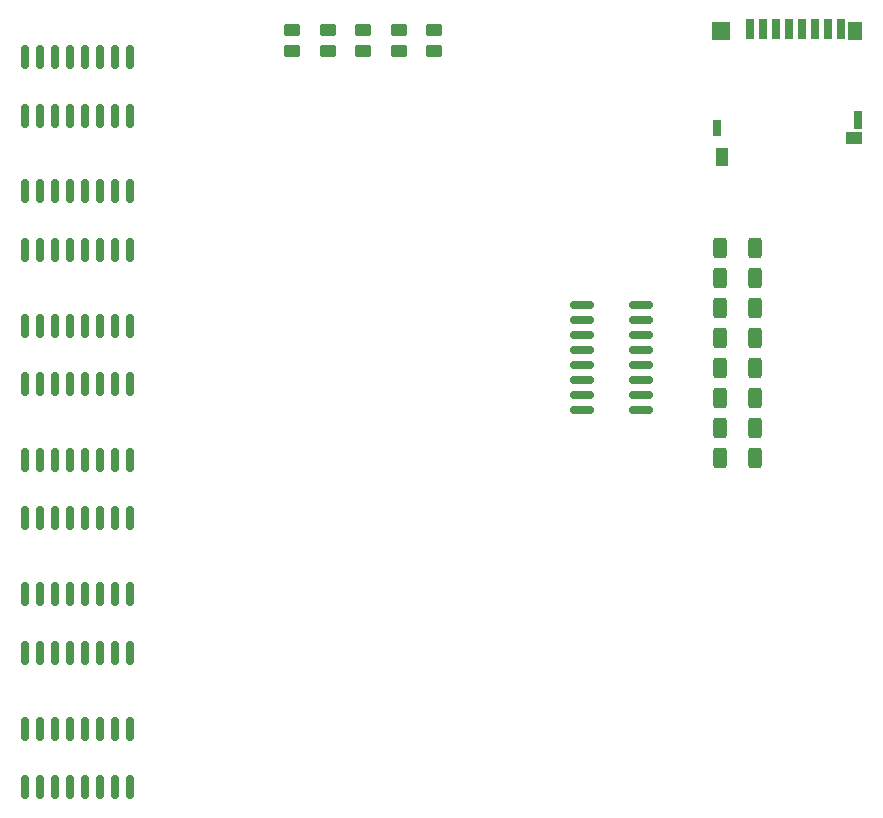
<source format=gtp>
%TF.GenerationSoftware,KiCad,Pcbnew,7.0.9*%
%TF.CreationDate,2024-01-13T15:57:46+01:00*%
%TF.ProjectId,daisy-drums,64616973-792d-4647-9275-6d732e6b6963,v02*%
%TF.SameCoordinates,Original*%
%TF.FileFunction,Paste,Top*%
%TF.FilePolarity,Positive*%
%FSLAX46Y46*%
G04 Gerber Fmt 4.6, Leading zero omitted, Abs format (unit mm)*
G04 Created by KiCad (PCBNEW 7.0.9) date 2024-01-13 15:57:46*
%MOMM*%
%LPD*%
G01*
G04 APERTURE LIST*
G04 Aperture macros list*
%AMRoundRect*
0 Rectangle with rounded corners*
0 $1 Rounding radius*
0 $2 $3 $4 $5 $6 $7 $8 $9 X,Y pos of 4 corners*
0 Add a 4 corners polygon primitive as box body*
4,1,4,$2,$3,$4,$5,$6,$7,$8,$9,$2,$3,0*
0 Add four circle primitives for the rounded corners*
1,1,$1+$1,$2,$3*
1,1,$1+$1,$4,$5*
1,1,$1+$1,$6,$7*
1,1,$1+$1,$8,$9*
0 Add four rect primitives between the rounded corners*
20,1,$1+$1,$2,$3,$4,$5,0*
20,1,$1+$1,$4,$5,$6,$7,0*
20,1,$1+$1,$6,$7,$8,$9,0*
20,1,$1+$1,$8,$9,$2,$3,0*%
G04 Aperture macros list end*
%ADD10RoundRect,0.250000X-0.450000X0.262500X-0.450000X-0.262500X0.450000X-0.262500X0.450000X0.262500X0*%
%ADD11RoundRect,0.250000X0.312500X0.625000X-0.312500X0.625000X-0.312500X-0.625000X0.312500X-0.625000X0*%
%ADD12RoundRect,0.150000X0.850000X0.150000X-0.850000X0.150000X-0.850000X-0.150000X0.850000X-0.150000X0*%
%ADD13RoundRect,0.150000X-0.150000X0.825000X-0.150000X-0.825000X0.150000X-0.825000X0.150000X0.825000X0*%
%ADD14R,0.700000X1.750000*%
%ADD15R,1.450000X1.000000*%
%ADD16R,1.000000X1.550000*%
%ADD17R,0.800000X1.500000*%
%ADD18R,1.300000X1.500000*%
%ADD19R,1.500000X1.500000*%
%ADD20R,0.800000X1.400000*%
G04 APERTURE END LIST*
D10*
%TO.C,R1*%
X191214000Y-55221500D03*
X191214000Y-57046500D03*
%TD*%
D11*
%TO.C,R11*%
X221388900Y-78765400D03*
X218463900Y-78765400D03*
%TD*%
%TO.C,R7*%
X221388900Y-88925400D03*
X218463900Y-88925400D03*
%TD*%
D12*
%TO.C,U6*%
X211708600Y-87426800D03*
X211708600Y-86156800D03*
X211708600Y-84886800D03*
X211708600Y-83616800D03*
X211708600Y-82346800D03*
X211708600Y-81076800D03*
X211708600Y-79806800D03*
X211708600Y-78536800D03*
X206708600Y-78536800D03*
X206708600Y-79806800D03*
X206708600Y-81076800D03*
X206708600Y-82346800D03*
X206708600Y-83616800D03*
X206708600Y-84886800D03*
X206708600Y-86156800D03*
X206708600Y-87426800D03*
%TD*%
D13*
%TO.C,U5*%
X168445000Y-57545000D03*
X167175000Y-57545000D03*
X165905000Y-57545000D03*
X164635000Y-57545000D03*
X163365000Y-57545000D03*
X162095000Y-57545000D03*
X160825000Y-57545000D03*
X159555000Y-57545000D03*
X159555000Y-62495000D03*
X160825000Y-62495000D03*
X162095000Y-62495000D03*
X163365000Y-62495000D03*
X164635000Y-62495000D03*
X165905000Y-62495000D03*
X167175000Y-62495000D03*
X168445000Y-62495000D03*
%TD*%
D11*
%TO.C,R10*%
X221388900Y-81305400D03*
X218463900Y-81305400D03*
%TD*%
D10*
%TO.C,R3*%
X185214000Y-55221500D03*
X185214000Y-57046500D03*
%TD*%
D13*
%TO.C,U2*%
X168445000Y-68913000D03*
X167175000Y-68913000D03*
X165905000Y-68913000D03*
X164635000Y-68913000D03*
X163365000Y-68913000D03*
X162095000Y-68913000D03*
X160825000Y-68913000D03*
X159555000Y-68913000D03*
X159555000Y-73863000D03*
X160825000Y-73863000D03*
X162095000Y-73863000D03*
X163365000Y-73863000D03*
X164635000Y-73863000D03*
X165905000Y-73863000D03*
X167175000Y-73863000D03*
X168445000Y-73863000D03*
%TD*%
D10*
%TO.C,R2*%
X188214000Y-55221500D03*
X188214000Y-57046500D03*
%TD*%
D11*
%TO.C,R6*%
X221388900Y-91465400D03*
X218463900Y-91465400D03*
%TD*%
D10*
%TO.C,R5*%
X194214000Y-55221500D03*
X194214000Y-57046500D03*
%TD*%
D14*
%TO.C,J1*%
X220960600Y-55175800D03*
X222060600Y-55175800D03*
X223160600Y-55175800D03*
X224260600Y-55175800D03*
X225360600Y-55175800D03*
X226460600Y-55175800D03*
X227560600Y-55175800D03*
X228660600Y-55175800D03*
D15*
X229785600Y-64400800D03*
D16*
X218560600Y-65975800D03*
D17*
X230110600Y-62900800D03*
D18*
X229860600Y-55300800D03*
D19*
X218510600Y-55300800D03*
D20*
X218160600Y-63550800D03*
%TD*%
D11*
%TO.C,R8*%
X221388900Y-86385400D03*
X218463900Y-86385400D03*
%TD*%
D13*
%TO.C,U1*%
X168445000Y-114385000D03*
X167175000Y-114385000D03*
X165905000Y-114385000D03*
X164635000Y-114385000D03*
X163365000Y-114385000D03*
X162095000Y-114385000D03*
X160825000Y-114385000D03*
X159555000Y-114385000D03*
X159555000Y-119335000D03*
X160825000Y-119335000D03*
X162095000Y-119335000D03*
X163365000Y-119335000D03*
X164635000Y-119335000D03*
X165905000Y-119335000D03*
X167175000Y-119335000D03*
X168445000Y-119335000D03*
%TD*%
%TO.C,U7*%
X168445000Y-91649000D03*
X167175000Y-91649000D03*
X165905000Y-91649000D03*
X164635000Y-91649000D03*
X163365000Y-91649000D03*
X162095000Y-91649000D03*
X160825000Y-91649000D03*
X159555000Y-91649000D03*
X159555000Y-96599000D03*
X160825000Y-96599000D03*
X162095000Y-96599000D03*
X163365000Y-96599000D03*
X164635000Y-96599000D03*
X165905000Y-96599000D03*
X167175000Y-96599000D03*
X168445000Y-96599000D03*
%TD*%
D11*
%TO.C,R12*%
X221388900Y-76225400D03*
X218463900Y-76225400D03*
%TD*%
%TO.C,R9*%
X221388900Y-83845400D03*
X218463900Y-83845400D03*
%TD*%
D10*
%TO.C,R4*%
X182214000Y-55221500D03*
X182214000Y-57046500D03*
%TD*%
D11*
%TO.C,R13*%
X221388900Y-73685400D03*
X218463900Y-73685400D03*
%TD*%
D13*
%TO.C,U3*%
X168445000Y-103017000D03*
X167175000Y-103017000D03*
X165905000Y-103017000D03*
X164635000Y-103017000D03*
X163365000Y-103017000D03*
X162095000Y-103017000D03*
X160825000Y-103017000D03*
X159555000Y-103017000D03*
X159555000Y-107967000D03*
X160825000Y-107967000D03*
X162095000Y-107967000D03*
X163365000Y-107967000D03*
X164635000Y-107967000D03*
X165905000Y-107967000D03*
X167175000Y-107967000D03*
X168445000Y-107967000D03*
%TD*%
%TO.C,U4*%
X168445000Y-80281000D03*
X167175000Y-80281000D03*
X165905000Y-80281000D03*
X164635000Y-80281000D03*
X163365000Y-80281000D03*
X162095000Y-80281000D03*
X160825000Y-80281000D03*
X159555000Y-80281000D03*
X159555000Y-85231000D03*
X160825000Y-85231000D03*
X162095000Y-85231000D03*
X163365000Y-85231000D03*
X164635000Y-85231000D03*
X165905000Y-85231000D03*
X167175000Y-85231000D03*
X168445000Y-85231000D03*
%TD*%
M02*

</source>
